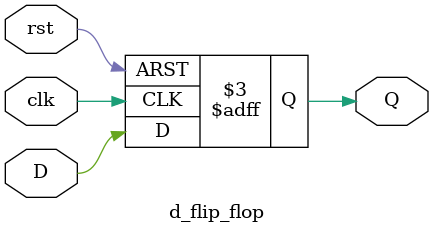
<source format=sv>
`timescale 1ns / 1ps
module d_flip_flop(
    input logic D, rst, clk,
    output logic Q
    );
    
    always_ff @(posedge clk or posedge rst) begin
        if(rst==1) Q <= 0;
        else Q <= D;
    end
endmodule

</source>
